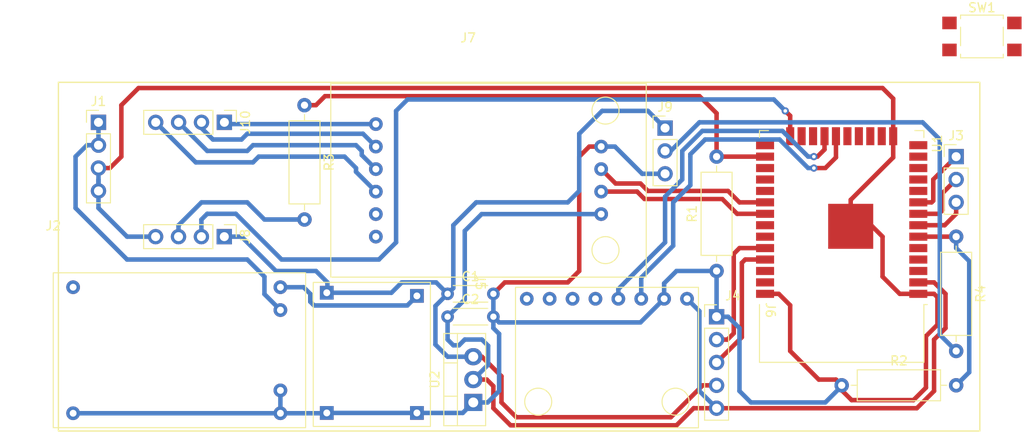
<source format=kicad_pcb>
(kicad_pcb (version 20211014) (generator pcbnew)
  (layers (0 "F.Cu" signal) (31 "B.Cu" signal) (34 "B.Paste" user) (35 "F.Paste" user) (36 "B.SilkS" user "B.Silkscreen") (37 "F.SilkS" user "F.Silkscreen") (38 "B.Mask" user) (39 "F.Mask" user) (44 "Edge.Cuts" user))
  (net 0 "")
  (net 1 "4056OUT-")
  (net 2 "US_ECHO")
  (net 3 "VEL_PULSE")
  (net 4 "Net-(J8-Pad3)")
  (net 5 "Net-(J9-Pad2)")
  (net 6 "3.3Reg")
  (net 9 "Net-(U1-Pad8)")
  (net 19 "MPU_SCL")
  (net 20 "MPU_SDA")
  (net 23 "US_TRIGGER")
  (net 28 "LC_SCK")
  (net 29 "LC_DT")
  (net 32 "Net-(U1-Pad7)")
  (net 33 "Net-(J4-Pad3)")
  (net 36 "Boost5V")
  (net 37 "LC_E+")
  (net 38 "LC_E-")
  (net 39 "LC_A+")
  (net 40 "LC_A-")
  (net 41 "4056OUT+")
  (net 42 "USB+")
  (net 43 "Battery(+)")
  (net 44 "Net-(J3-Pad1)")
  (net 45 "Net-(U1-Pad34)")
  (net 46 "Net-(U1-Pad3)")
  (footprint "Connector_PinHeader_2.54mm:PinHeader_1x04_P2.54mm_Vertical" (layer "F.Cu") (at 71.12 125.73 -90)
    (fp_text reference "J10" (at 0 -2.33 90) (layer "F.SilkS"))
    (fp_text value "LOADCELL")
    (fp_line (start -1.33 0) (end -1.33 -1.33) (layer "F.SilkS") (width 0.12))
    (fp_line (start -1.33 1.27) (end 1.33 1.27) (layer "F.SilkS") (width 0.12))
    (fp_line (start -1.33 1.27) (end -1.33 8.95) (layer "F.SilkS") (width 0.12))
    (fp_line (start 1.33 1.27) (end 1.33 8.95) (layer "F.SilkS") (width 0.12))
    (fp_line (start -1.33 -1.33) (end 0 -1.33) (layer "F.SilkS") (width 0.12))
    (fp_line (start -1.33 8.95) (end 1.33 8.95) (layer "F.SilkS") (width 0.12))
    (pad "1" thru_hole rect (at 0 0 270) (size 1.7 1.7) (drill 1) (layers *.Cu *.Mask) (net 37 "LC_E+"))
    (pad "2" thru_hole oval (at 0 2.54 270) (size 1.7 1.7) (drill 1) (layers *.Cu *.Mask) (net 38 "LC_E-"))
    (pad "3" thru_hole oval (at 0 5.08 270) (size 1.7 1.7) (drill 1) (layers *.Cu *.Mask) (net 39 "LC_A+"))
    (pad "4" thru_hole oval (at 0 7.62 270) (size 1.7 1.7) (drill 1) (layers *.Cu *.Mask) (net 40 "LC_A-"))
  )
  (footprint "Connector_PinHeader_2.54mm:PinHeader_1x04_P2.54mm_Vertical" (layer "F.Cu") (at 71.11 138.43 -90)
    (fp_text reference "J8" (at 0 -2.33 90) (layer "F.SilkS"))
    (fp_text value "HC-SR04")
    (fp_line (start -1.33 0) (end -1.33 -1.33) (layer "F.SilkS") (width 0.12))
    (fp_line (start -1.33 -1.33) (end 0 -1.33) (layer "F.SilkS") (width 0.12))
    (fp_line (start 1.33 1.27) (end 1.33 8.95) (layer "F.SilkS") (width 0.12))
    (fp_line (start -1.33 1.27) (end -1.33 8.95) (layer "F.SilkS") (width 0.12))
    (fp_line (start -1.33 1.27) (end 1.33 1.27) (layer "F.SilkS") (width 0.12))
    (fp_line (start -1.33 8.95) (end 1.33 8.95) (layer "F.SilkS") (width 0.12))
    (pad "1" thru_hole rect (at 0 0 270) (size 1.7 1.7) (drill 1) (layers *.Cu *.Mask) (net 36 "Boost5V"))
    (pad "2" thru_hole oval (at 0 2.54 270) (size 1.7 1.7) (drill 1) (layers *.Cu *.Mask) (net 23 "US_TRIGGER"))
    (pad "3" thru_hole oval (at 0 5.08 270) (size 1.7 1.7) (drill 1) (layers *.Cu *.Mask) (net 4 "Net-(J8-Pad3)"))
    (pad "4" thru_hole oval (at 0 7.62 270) (size 1.7 1.7) (drill 1) (layers *.Cu *.Mask) (net 1 "4056OUT-"))
  )
  (footprint "Connector_PinHeader_2.54mm:PinHeader_1x05_P2.54mm_Vertical" (layer "F.Cu") (at 125.73 147.325)
    (fp_text reference "J4" (at 1.815244 -2.33) (layer "F.SilkS"))
    (fp_text value "UART2TTL Bridge")
    (fp_line (start 1.33 1.27) (end 1.33 11.49) (layer "F.SilkS") (width 0.12))
    (fp_line (start -1.33 1.27) (end 1.33 1.27) (layer "F.SilkS") (width 0.12))
    (fp_line (start -1.33 -1.33) (end 0 -1.33) (layer "F.SilkS") (width 0.12))
    (fp_line (start -1.33 0) (end -1.33 -1.33) (layer "F.SilkS") (width 0.12))
    (fp_line (start -1.33 11.49) (end 1.33 11.49) (layer "F.SilkS") (width 0.12))
    (fp_line (start -1.33 1.27) (end -1.33 11.49) (layer "F.SilkS") (width 0.12))
    (pad "1" thru_hole rect (at 0 0) (size 1.7 1.7) (drill 1) (layers *.Cu *.Mask) (net 1 "4056OUT-"))
    (pad "2" thru_hole oval (at 0 2.54) (size 1.7 1.7) (drill 1) (layers *.Cu *.Mask) (net 45 "Net-(U1-Pad34)"))
    (pad "3" thru_hole oval (at 0 5.08) (size 1.7 1.7) (drill 1) (layers *.Cu *.Mask) (net 33 "Net-(J4-Pad3)"))
    (pad "4" thru_hole oval (at 0 7.62) (size 1.7 1.7) (drill 1) (layers *.Cu *.Mask) (net 36 "Boost5V"))
    (pad "5" thru_hole oval (at 0 10.16) (size 1.7 1.7) (drill 1) (layers *.Cu *.Mask) (net 6 "3.3Reg"))
  )
  (footprint "Resistor_THT:R_Axial_DIN0309_L9.0mm_D3.2mm_P12.70mm_Horizontal" (layer "F.Cu") (at 139.610244 154.94)
    (fp_text reference "R2" (at 6.35 -2.72) (layer "F.SilkS"))
    (fp_text value "1k")
    (fp_line (start 1.04 0) (end 1.73 0) (layer "F.SilkS") (width 0.12))
    (fp_line (start 1.73 -1.72) (end 1.73 1.72) (layer "F.SilkS") (width 0.12))
    (fp_line (start 11.66 0) (end 10.97 0) (layer "F.SilkS") (width 0.12))
    (fp_line (start 1.73 1.72) (end 10.97 1.72) (layer "F.SilkS") (width 0.12))
    (fp_line (start 10.97 1.72) (end 10.97 -1.72) (layer "F.SilkS") (width 0.12))
    (fp_line (start 10.97 -1.72) (end 1.73 -1.72) (layer "F.SilkS") (width 0.12))
    (pad "1" thru_hole circle (at 0 0) (size 1.6 1.6) (drill 0.8) (layers *.Cu *.Mask) (net 1 "4056OUT-"))
    (pad "2" thru_hole oval (at 12.7 0) (size 1.6 1.6) (drill 0.8) (layers *.Cu *.Mask) (net 3 "VEL_PULSE"))
  )
  (footprint "Resistor_THT:R_Axial_DIN0204_L3.6mm_D1.6mm_P5.08mm_Horizontal" (layer "F.Cu") (at 95.885 147.32)
    (fp_text reference "C2" (at 2.54 -1.92) (layer "F.SilkS"))
    (fp_text value "CP1_Small")
    (fp_line (start 0.62 0.92) (end 4.46 0.92) (layer "F.SilkS") (width 0.12))
    (fp_line (start 0.62 -0.92) (end 4.46 -0.92) (layer "F.SilkS") (width 0.12))
    (pad "1" thru_hole circle (at 0 0) (size 1.4 1.4) (drill 0.7) (layers *.Cu *.Mask) (net 6 "3.3Reg"))
    (pad "2" thru_hole oval (at 5.08 0) (size 1.4 1.4) (drill 0.7) (layers *.Cu *.Mask) (net 1 "4056OUT-"))
  )
  (footprint "Miscelaneos:MPU 6050 Module" (layer "F.Cu") (at 123.72 144.06 -90)
    (fp_text reference "J6" (at 2.54 -7.990244 -90 unlocked) (layer "F.SilkS"))
    (fp_text value "MPU6050")
    (fp_rect (start 0 0) (end 15.6 20.3) (layer "F.SilkS") (width 0.12) (fill none))
    (fp_circle (center 12.7 17.78) (end 14.2 17.78) (layer "F.SilkS") (width 0.12) (fill none))
    (fp_circle (center 12.7 2.54) (end 14.2 2.54) (layer "F.SilkS") (width 0.12) (fill none))
    (pad "1" thru_hole circle (at 1.27 1.27 270) (size 1.524 1.524) (drill 0.762) (layers *.Cu *.Mask) (net 6 "3.3Reg"))
    (pad "2" thru_hole circle (at 1.27 3.81 270) (size 1.524 1.524) (drill 0.762) (layers *.Cu *.Mask) (net 1 "4056OUT-"))
    (pad "3" thru_hole circle (at 1.27 6.35 270) (size 1.524 1.524) (drill 0.762) (layers *.Cu *.Mask) (net 19 "MPU_SCL"))
    (pad "4" thru_hole circle (at 1.27 8.89 270) (size 1.524 1.524) (drill 0.762) (layers *.Cu *.Mask) (net 20 "MPU_SDA"))
    (pad "5" thru_hole circle (at 1.27 11.43 270) (size 1.524 1.524) (drill 0.762) (layers *.Cu *.Mask))
    (pad "6" thru_hole circle (at 1.27 13.97 270) (size 1.524 1.524) (drill 0.762) (layers *.Cu *.Mask))
    (pad "7" thru_hole circle (at 1.27 16.51 270) (size 1.524 1.524) (drill 0.762) (layers *.Cu *.Mask))
    (pad "8" thru_hole circle (at 1.27 19.05 270) (size 1.524 1.524) (drill 0.762) (layers *.Cu *.Mask))
  )
  (footprint "Resistor_THT:R_Axial_DIN0309_L9.0mm_D3.2mm_P12.70mm_Horizontal" (layer "F.Cu") (at 152.310244 138.43 -90)
    (fp_text reference "R4" (at 6.35 -2.72 90) (layer "F.SilkS"))
    (fp_text value "330")
    (fp_line (start 1.73 1.72) (end 10.97 1.72) (layer "F.SilkS") (width 0.12))
    (fp_line (start 10.97 -1.72) (end 1.73 -1.72) (layer "F.SilkS") (width 0.12))
    (fp_line (start 1.04 0) (end 1.73 0) (layer "F.SilkS") (width 0.12))
    (fp_line (start 10.97 1.72) (end 10.97 -1.72) (layer "F.SilkS") (width 0.12))
    (fp_line (start 11.66 0) (end 10.97 0) (layer "F.SilkS") (width 0.12))
    (fp_line (start 1.73 -1.72) (end 1.73 1.72) (layer "F.SilkS") (width 0.12))
    (pad "1" thru_hole circle (at 0 0 270) (size 1.6 1.6) (drill 0.8) (layers *.Cu *.Mask) (net 3 "VEL_PULSE"))
    (pad "2" thru_hole oval (at 12.7 0 270) (size 1.6 1.6) (drill 0.8) (layers *.Cu *.Mask) (net 5 "Net-(J9-Pad2)"))
  )
  (footprint "Button_Switch_SMD:SW_SPST_TL3305B" (layer "F.Cu") (at 155.17 116.19)
    (fp_text reference "SW1" (at 0 -3.2) (layer "F.SilkS"))
    (fp_text value "SW_Enable")
    (fp_line (start 2.37 2.37) (end 2.37 1.97) (layer "F.SilkS") (width 0.12))
    (fp_line (start -2.37 2.37) (end 2.37 2.37) (layer "F.SilkS") (width 0.12))
    (fp_line (start -2.37 -2.37) (end 2.37 -2.37) (layer "F.SilkS") (width 0.12))
    (fp_line (start -2.37 -2.37) (end -2.37 -1.97) (layer "F.SilkS") (width 0.12))
    (fp_line (start -2.37 1.03) (end -2.37 -1.03) (layer "F.SilkS") (width 0.12))
    (fp_line (start 2.37 -2.37) (end 2.37 -1.97) (layer "F.SilkS") (width 0.12))
    (fp_line (start 2.37 1.03) (end 2.37 -1.03) (layer "F.SilkS") (width 0.12))
    (fp_line (start -2.37 2.37) (end -2.37 1.97) (layer "F.SilkS") (width 0.12))
    (pad "1" smd rect (at -3.6 -1.5) (size 1.6 1.4) (layers "F.Cu" "F.Paste" "F.Mask") (net 1 "4056OUT-"))
    (pad "1" smd rect (at 3.6 -1.5) (size 1.6 1.4) (layers "F.Cu" "F.Paste" "F.Mask") (net 1 "4056OUT-"))
    (pad "2" smd rect (at 3.6 1.5) (size 1.6 1.4) (layers "F.Cu" "F.Paste" "F.Mask"))
    (pad "2" smd rect (at -3.6 1.5) (size 1.6 1.4) (layers "F.Cu" "F.Paste" "F.Mask"))
  )
  (footprint "Connector_PinHeader_2.54mm:PinHeader_1x04_P2.54mm_Vertical" (layer "F.Cu") (at 57.15 125.73)
    (fp_text reference "J1" (at 0 -2.33) (layer "F.SilkS"))
    (fp_text value "Battery Pins")
    (fp_line (start -1.33 1.27) (end 1.33 1.27) (layer "F.SilkS") (width 0.12))
    (fp_line (start -1.33 8.95) (end 1.33 8.95) (layer "F.SilkS") (width 0.12))
    (fp_line (start -1.33 0) (end -1.33 -1.33) (layer "F.SilkS") (width 0.12))
    (fp_line (start -1.33 1.27) (end -1.33 8.95) (layer "F.SilkS") (width 0.12))
    (fp_line (start 1.33 1.27) (end 1.33 8.95) (layer "F.SilkS") (width 0.12))
    (fp_line (start -1.33 -1.33) (end 0 -1.33) (layer "F.SilkS") (width 0.12))
    (pad "1" thru_hole rect (at 0 0) (size 1.7 1.7) (drill 1) (layers *.Cu *.Mask) (net 43 "Battery(+)"))
    (pad "2" thru_hole oval (at 0 2.54) (size 1.7 1.7) (drill 1) (layers *.Cu *.Mask) (net 43 "Battery(+)"))
    (pad "3" thru_hole oval (at 0 5.08) (size 1.7 1.7) (drill 1) (layers *.Cu *.Mask) (net 1 "4056OUT-"))
    (pad "4" thru_hole oval (at 0 7.62) (size 1.7 1.7) (drill 1) (layers *.Cu *.Mask) (net 1 "4056OUT-"))
  )
  (footprint "Resistor_THT:R_Axial_DIN0204_L3.6mm_D1.6mm_P5.08mm_Horizontal" (layer "F.Cu") (at 95.885 144.78)
    (fp_text reference "C1" (at 2.54 -1.92) (layer "F.SilkS"))
    (fp_text value "CP1_Small")
    (fp_line (start 0.62 0.92) (end 4.46 0.92) (layer "F.SilkS") (width 0.12))
    (fp_line (start 0.62 -0.92) (end 4.46 -0.92) (layer "F.SilkS") (width 0.12))
    (pad "1" thru_hole circle (at 0 0) (size 1.4 1.4) (drill 0.7) (layers *.Cu *.Mask) (net 36 "Boost5V"))
    (pad "2" thru_hole oval (at 5.08 0) (size 1.4 1.4) (drill 0.7) (layers *.Cu *.Mask) (net 1 "4056OUT-"))
  )
  (footprint "RF_Module:ESP32-WROOM-32" (layer "F.Cu") (at 139.610244 136.525 180)
    (fp_text reference "U1" (at -10.61 8.43 90) (layer "F.SilkS"))
    (fp_text value "ESP32-WROOM-32")
    (fp_line (start -9.12 9.88) (end -8.12 9.88) (layer "F.SilkS") (width 0.12))
    (fp_line (start -9.12 -9.445) (end -9.5 -9.445) (layer "F.SilkS") (width 0.12))
    (fp_line (start 9.12 9.1) (end 9.12 9.88) (layer "F.SilkS") (width 0.12))
    (fp_line (start 9.12 9.88) (end 8.12 9.88) (layer "F.SilkS") (width 0.12))
    (fp_line (start -9.12 9.1) (end -9.12 9.88) (layer "F.SilkS") (width 0.12))
    (fp_line (start -9.12 -15.865) (end -9.12 -9.445) (layer "F.SilkS") (width 0.12))
    (fp_line (start -9.12 -15.865) (end 9.12 -15.865) (layer "F.SilkS") (width 0.12))
    (fp_line (start 9.12 -15.865) (end 9.12 -9.445) (layer "F.SilkS") (width 0.12))
    (pad "1" smd rect (at -8.5 -8.255 180) (size 2 0.9) (layers "F.Cu" "F.Paste" "F.Mask") (net 1 "4056OUT-"))
    (pad "2" smd rect (at -8.5 -6.985 180) (size 2 0.9) (layers "F.Cu" "F.Paste" "F.Mask") (net 6 "3.3Reg"))
    (pad "3" smd rect (at -8.5 -5.715 180) (size 2 0.9) (layers "F.Cu" "F.Paste" "F.Mask") (net 46 "Net-(U1-Pad3)"))
    (pad "4" smd rect (at -8.5 -4.445 180) (size 2 0.9) (layers "F.Cu" "F.Paste" "F.Mask"))
    (pad "5" smd rect (at -8.5 -3.175 180) (size 2 0.9) (layers "F.Cu" "F.Paste" "F.Mask"))
    (pad "6" smd rect (at -8.5 -1.905 180) (size 2 0.9) (layers "F.Cu" "F.Paste" "F.Mask") (net 3 "VEL_PULSE"))
    (pad "7" smd rect (at -8.5 -0.635 180) (size 2 0.9) (layers "F.Cu" "F.Paste" "F.Mask") (net 32 "Net-(U1-Pad7)"))
    (pad "8" smd rect (at -8.5 0.635 180) (size 2 0.9) (layers "F.Cu" "F.Paste" "F.Mask") (net 9 "Net-(U1-Pad8)"))
    (pad "9" smd rect (at -8.5 1.905 180) (size 2 0.9) (layers "F.Cu" "F.Paste" "F.Mask") (net 44 "Net-(J3-Pad1)"))
    (pad "10" smd rect (at -8.5 3.175 180) (size 2 0.9) (layers "F.Cu" "F.Paste" "F.Mask"))
    (pad "11" smd rect (at -8.5 4.445 180) (size 2 0.9) (layers "F.Cu" "F.Paste" "F.Mask"))
    (pad "12" smd rect (at -8.5 5.715 180) (size 2 0.9) (layers "F.Cu" "F.Paste" "F.Mask"))
    (pad "13" smd rect (at -8.5 6.985 180) (size 2 0.9) (layers "F.Cu" "F.Paste" "F.Mask"))
    (pad "14" smd rect (at -8.5 8.255 180) (size 2 0.9) (layers "F.Cu" "F.Paste" "F.Mask"))
    (pad "15" smd rect (at -5.715 9.255 270) (size 2 0.9) (layers "F.Cu" "F.Paste" "F.Mask") (net 1 "4056OUT-"))
    (pad "16" smd rect (at -4.445 9.255 270) (size 2 0.9) (layers "F.Cu" "F.Paste" "F.Mask"))
    (pad "17" smd rect (at -3.175 9.255 270) (size 2 0.9) (layers "F.Cu" "F.Paste" "F.Mask"))
    (pad "18" smd rect (at -1.905 9.255 270) (size 2 0.9) (layers "F.Cu" "F.Paste" "F.Mask"))
    (pad "19" smd rect (at -0.635 9.255 270) (size 2 0.9) (layers "F.Cu" "F.Paste" "F.Mask"))
    (pad "20" smd rect (at 0.635 9.255 270) (size 2 0.9) (layers "F.Cu" "F.Paste" "F.Mask") (net 19 "MPU_SCL"))
    (pad "21" smd rect (at 1.905 9.255 270) (size 2 0.9) (layers "F.Cu" "F.Paste" "F.Mask") (net 20 "MPU_SDA"))
    (pad "22" smd rect (at 3.175 9.255 270) (size 2 0.9) (layers "F.Cu" "F.Paste" "F.Mask"))
    (pad "23" smd rect (at 4.445 9.255 270) (size 2 0.9) (layers "F.Cu" "F.Paste" "F.Mask"))
    (pad "24" smd rect (at 5.715 9.255 270) (size 2 0.9) (layers "F.Cu" "F.Paste" "F.Mask") (net 23 "US_TRIGGER"))
    (pad "25" smd rect (at 8.5 8.255 180) (size 2 0.9) (layers "F.Cu" "F.Paste" "F.Mask"))
    (pad "26" smd rect (at 8.5 6.985 180) (size 2 0.9) (layers "F.Cu" "F.Paste" "F.Mask") (net 2 "US_ECHO"))
    (pad "27" smd rect (at 8.5 5.715 180) (size 2 0.9) (layers "F.Cu" "F.Paste" "F.Mask"))
    (pad "28" smd rect (at 8.5 4.445 180) (size 2 0.9) (layers "F.Cu" "F.Paste" "F.Mask"))
    (pad "29" smd rect (at 8.5 3.175 180) (size 2 0.9) (layers "F.Cu" "F.Paste" "F.Mask"))
    (pad "30" smd rect (at 8.5 1.905 180) (size 2 0.9) (layers "F.Cu" "F.Paste" "F.Mask") (net 29 "LC_DT"))
    (pad "31" smd rect (at 8.5 0.635 180) (size 2 0.9) (layers "F.Cu" "F.Paste" "F.Mask") (net 28 "LC_SCK"))
    (pad "32" smd rect (at 8.5 -0.635 180) (size 2 0.9) (layers "F.Cu" "F.Paste" "F.Mask"))
    (pad "33" smd rect (at 8.5 -1.905 180) (size 2 0.9) (layers "F.Cu" "F.Paste" "F.Mask"))
    (pad "34" smd rect (at 8.5 -3.175 180) (size 2 0.9) (layers "F.Cu" "F.Paste" "F.Mask") (net 45 "Net-(U1-Pad34)"))
    (pad "35" smd rect (at 8.5 -4.445 180) (size 2 0.9) (layers "F.Cu" "F.Paste" "F.Mask") (net 33 "Net-(J4-Pad3)"))
    (pad "36" smd rect (at 8.5 -5.715 180) (size 2 0.9) (layers "F.Cu" "F.Paste" "F.Mask"))
    (pad "37" smd rect (at 8.5 -6.985 180) (size 2 0.9) (layers "F.Cu" "F.Paste" "F.Mask"))
    (pad "38" smd rect (at 8.5 -8.255 180) (size 2 0.9) (layers "F.Cu" "F.Paste" "F.Mask") (net 1 "4056OUT-"))
    (pad "39" smd rect (at -1 -0.755 180) (size 5 5) (layers "F.Cu" "F.Paste" "F.Mask") (net 1 "4056OUT-"))
  )
  (footprint "Miscelaneos:HX711 Loadcell ADC" (layer "F.Cu") (at 82.925 121.425)
    (fp_text reference "J7" (at 15.24 -5.08 unlocked) (layer "F.SilkS"))
    (fp_text value "HX711")
    (fp_rect (start 0 0) (end 35 21.5) (layer "F.SilkS") (width 0.12) (fill none))
    (fp_circle (center 30.48 3) (end 31.98 3) (layer "F.SilkS") (width 0.12) (fill none))
    (fp_circle (center 30.48 18.5) (end 31.98 18.5) (layer "F.SilkS") (width 0.12) (fill none))
    (pad "1" thru_hole circle (at 5 4.5) (size 1.524 1.524) (drill 0.762) (layers *.Cu *.Mask) (net 37 "LC_E+"))
    (pad "2" thru_hole circle (at 5 7) (size 1.524 1.524) (drill 0.762) (layers *.Cu *.Mask) (net 38 "LC_E-"))
    (pad "3" thru_hole circle (at 5 9.5) (size 1.524 1.524) (drill 0.762) (layers *.Cu *.Mask) (net 39 "LC_A+"))
    (pad "4" thru_hole circle (at 5 12) (size 1.524 1.524) (drill 0.762) (layers *.Cu *.Mask) (net 40 "LC_A-"))
    (pad "5" thru_hole circle (at 30 14.5) (size 1.524 1.524) (drill 0.762) (layers *.Cu *.Mask) (net 6 "3.3Reg"))
    (pad "6" thru_hole circle (at 30 7) (size 1.524 1.524) (drill 0.762) (layers *.Cu *.Mask) (net 1 "4056OUT-"))
    (pad "7" thru_hole circle (at 30 12) (size 1.524 1.524) (drill 0.762) (layers *.Cu *.Mask) (net 28 "LC_SCK"))
    (pad "8" thru_hole circle (at 30 9.5) (size 1.524 1.524) (drill 0.762) (layers *.Cu *.Mask) (net 29 "LC_DT"))
    (pad "x" thru_hole circle (at 5 14.5) (size 1.524 1.524) (drill 0.762) (layers *.Cu *.Mask))
    (pad "x" thru_hole circle (at 5 17) (size 1.524 1.524) (drill 0.762) (layers *.Cu *.Mask))
  )
  (footprint "Miscelaneos:5-12V BoostConverter" (layer "F.Cu") (at 93.98 143.51 -90)
    (fp_text reference "J5" (at 0 -5.54 -90 unlocked) (layer "F.SilkS"))
    (fp_text value "BoostConverter")
    (fp_rect (start 0 0) (end 16 13) (layer "F.SilkS") (width 0.12) (fill none))
    (pad "1" thru_hole rect (at 1.5 1.5 270) (size 1.524 1.524) (drill 0.762) (layers *.Cu *.Mask) (net 41 "4056OUT+"))
    (pad "2" thru_hole rect (at 14.5 1.5 270) (size 1.524 1.524) (drill 0.762) (layers *.Cu *.Mask) (net 1 "4056OUT-"))
    (pad "3" thru_hole rect (at 1.15 11.5 270) (size 1.524 1.524) (drill 0.762) (layers *.Cu *.Mask) (net 36 "Boost5V"))
    (pad "4" thru_hole rect (at 14.5 11.5 270) (size 1.524 1.524) (drill 0.762) (layers *.Cu *.Mask) (net 1 "4056OUT-"))
  )
  (footprint "Miscelaneos:18650 TP4056 Module" (layer "F.Cu") (at 52.135 137.725)
    (fp_text reference "J2" (at 0 -0.5 unlocked) (layer "F.SilkS"))
    (fp_text value "TP4056 Module")
    (fp_rect (start 0 21.92) (end 28 4.72) (layer "F.SilkS") (width 0.12) (fill none))
    (pad "1" thru_hole circle (at 25.2 8.86) (size 1.524 1.524) (drill 0.762) (layers *.Cu *.Mask) (net 43 "Battery(+)"))
    (pad "2" thru_hole circle (at 25.2 17.78) (size 1.524 1.524) (drill 0.762) (layers *.Cu *.Mask) (net 1 "4056OUT-"))
    (pad "3" thru_hole circle (at 25.2 6.32) (size 1.524 1.524) (drill 0.762) (layers *.Cu *.Mask) (net 41 "4056OUT+"))
    (pad "4" thru_hole circle (at 2.2 6.32) (size 1.524 1.524) (drill 0.762) (layers *.Cu *.Mask) (net 42 "USB+"))
    (pad "5" thru_hole circle (at 25.2 20.32) (size 1.524 1.524) (drill 0.762) (layers *.Cu *.Mask) (net 1 "4056OUT-"))
    (pad "6" thru_hole circle (at 2.2 20.32) (size 1.524 1.524) (drill 0.762) (layers *.Cu *.Mask) (net 1 "4056OUT-"))
  )
  (footprint "Package_TO_SOT_THT:TO-220-3_Vertical" (layer "F.Cu") (at 98.735 156.845 90)
    (fp_text reference "U2" (at 2.54 -4.27 90) (layer "F.SilkS"))
    (fp_text value "LM1117-3.3")
    (fp_line (start 0.69 -3.27) (end 0.69 -1.76) (layer "F.SilkS") (width 0.12))
    (fp_line (start -2.58 1.371) (end 7.66 1.371) (layer "F.SilkS") (width 0.12))
    (fp_line (start -2.58 -1.76) (end 7.66 -1.76) (layer "F.SilkS") (width 0.12))
    (fp_line (start 4.391 -3.27) (end 4.391 -1.76) (layer "F.SilkS") (width 0.12))
    (fp_line (start -2.58 -3.27) (end 7.66 -3.27) (layer "F.SilkS") (width 0.12))
    (fp_line (start 7.66 -3.27) (end 7.66 1.371) (layer "F.SilkS") (width 0.12))
    (fp_line (start -2.58 -3.27) (end -2.58 1.371) (layer "F.SilkS") (width 0.12))
    (pad "1" thru_hole rect (at 0 0 90) (size 1.905 2) (drill 1.1) (layers *.Cu *.Mask) (net 1 "4056OUT-"))
    (pad "2" thru_hole oval (at 2.54 0 90) (size 1.905 2) (drill 1.1) (layers *.Cu *.Mask) (net 6 "3.3Reg"))
    (pad "3" thru_hole oval (at 5.08 0 90) (size 1.905 2) (drill 1.1) (layers *.Cu *.Mask) (net 36 "Boost5V"))
  )
  (footprint "Connector_PinHeader_2.54mm:PinHeader_1x03_P2.54mm_Vertical" (layer "F.Cu") (at 152.310244 129.54)
    (fp_text reference "J3" (at 0 -2.33) (layer "F.SilkS"))
    (fp_text value "Reserve IO's")
    (fp_line (start -1.33 0) (end -1.33 -1.33) (layer "F.SilkS") (width 0.12))
    (fp_line (start -1.33 -1.33) (end 0 -1.33) (layer "F.SilkS") (width 0.12))
    (fp_line (start -1.33 1.27) (end 1.33 1.27) (layer "F.SilkS") (width 0.12))
    (fp_line (start 1.33 1.27) (end 1.33 6.41) (layer "F.SilkS") (width 0.12))
    (fp_line (start -1.33 6.41) (end 1.33 6.41) (layer "F.SilkS") (width 0.12))
    (fp_line (start -1.33 1.27) (end -1.33 6.41) (layer "F.SilkS") (width 0.12))
    (pad "1" thru_hole rect (at 0 0) (size 1.7 1.7) (drill 1) (layers *.Cu *.Mask) (net 44 "Net-(J3-Pad1)"))
    (pad "2" thru_hole oval (at 0 2.54) (size 1.7 1.7) (drill 1) (layers *.Cu *.Mask) (net 9 "Net-(U1-Pad8)"))
    (pad "3" thru_hole oval (at 0 5.08) (size 1.7 1.7) (drill 1) (layers *.Cu *.Mask) (net 32 "Net-(U1-Pad7)"))
  )
  (footprint "Resistor_THT:R_Axial_DIN0309_L9.0mm_D3.2mm_P12.70mm_Horizontal" (layer "F.Cu") (at 125.73 142.24 90)
    (fp_text reference "R1" (at 6.35 -2.72 90) (layer "F.SilkS"))
    (fp_text value "1k")
    (fp_line (start 1.04 0) (end 1.73 0) (layer "F.SilkS") (width 0.12))
    (fp_line (start 10.97 1.72) (end 10.97 -1.72) (layer "F.SilkS") (width 0.12))
    (fp_line (start 1.73 -1.72) (end 1.73 1.72) (layer "F.SilkS") (width 0.12))
    (fp_line (start 11.66 0) (end 10.97 0) (layer "F.SilkS") (width 0.12))
    (fp_line (start 10.97 -1.72) (end 1.73 -1.72) (layer "F.SilkS") (width 0.12))
    (fp_line (start 1.73 1.72) (end 10.97 1.72) (layer "F.SilkS") (width 0.12))
    (pad "1" thru_hole circle (at 0 0 90) (size 1.6 1.6) (drill 0.8) (layers *.Cu *.Mask) (net 1 "4056OUT-"))
    (pad "2" thru_hole oval (at 12.7 0 90) (size 1.6 1.6) (drill 0.8) (layers *.Cu *.Mask) (net 2 "US_ECHO"))
  )
  (footprint "Connector_PinHeader_2.54mm:PinHeader_1x03_P2.54mm_Vertical" (layer "F.Cu") (at 120.015 126.365)
    (fp_text reference "J9" (at 0 -2.33) (layer "F.SilkS"))
    (fp_text value "FOTOELECTRIC_ENCODER")
    (fp_line (start -1.33 1.27) (end 1.33 1.27) (layer "F.SilkS") (width 0.12))
    (fp_line (start -1.33 0) (end -1.33 -1.33) (layer "F.SilkS") (width 0.12))
    (fp_line (start -1.33 1.27) (end -1.33 6.41) (layer "F.SilkS") (width 0.12))
    (fp_line (start -1.33 -1.33) (end 0 -1.33) (layer "F.SilkS") (width 0.12))
    (fp_line (start -1.33 6.41) (end 1.33 6.41) (layer "F.SilkS") (width 0.12))
    (fp_line (start 1.33 1.27) (end 1.33 6.41) (layer "F.SilkS") (width 0.12))
    (pad "1" thru_hole rect (at 0 0) (size 1.7 1.7) (drill 1) (layers *.Cu *.Mask) (net 36 "Boost5V"))
    (pad "2" thru_hole oval (at 0 2.54) (size 1.7 1.7) (drill 1) (layers *.Cu *.Mask) (net 5 "Net-(J9-Pad2)"))
    (pad "3" thru_hole oval (at 0 5.08) (size 1.7 1.7) (drill 1) (layers *.Cu *.Mask) (net 1 "4056OUT-"))
  )
  (footprint "Resistor_THT:R_Axial_DIN0309_L9.0mm_D3.2mm_P12.70mm_Horizontal" (layer "F.Cu") (at 80.01 123.825 -90)
    (fp_text reference "R3" (at 6.35 -2.72 90) (layer "F.SilkS"))
    (fp_text value "330")
    (fp_line (start 1.73 -1.72) (end 1.73 1.72) (layer "F.SilkS") (width 0.12))
    (fp_line (start 1.73 1.72) (end 10.97 1.72) (layer "F.SilkS") (width 0.12))
    (fp_line (start 10.97 1.72) (end 10.97 -1.72) (layer "F.SilkS") (width 0.12))
    (fp_line (start 1.04 0) (end 1.73 0) (layer "F.SilkS") (width 0.12))
    (fp_line (start 10.97 -1.72) (end 1.73 -1.72) (layer "F.SilkS") (width 0.12))
    (fp_line (start 11.66 0) (end 10.97 0) (layer "F.SilkS") (width 0.12))
    (pad "1" thru_hole circle (at 0 0 270) (size 1.6 1.6) (drill 0.8) (layers *.Cu *.Mask) (net 2 "US_ECHO"))
    (pad "2" thru_hole oval (at 12.7 0 270) (size 1.6 1.6) (drill 0.8) (layers *.Cu *.Mask) (net 4 "Net-(J8-Pad3)"))
  )
  (gr_rect (start 52.705 160.02) (end 154.94 121.285) (layer "F.SilkS") (width 0.15) (fill none))
  (segment (start 133.895244 146.05) (end 132.625244 144.78) (width 0.5) (layer "F.Cu") (net 1))
  (segment (start 148.110244 144.78) (end 146.05 144.78) (width 0.5) (layer "F.Cu") (net 1))
  (segment (start 137.070244 154.305) (end 133.895244 151.13) (width 0.5) (layer "F.Cu") (net 1))
  (segment (start 58.42 130.81) (end 59.69 129.54) (width 0.5) (layer "F.Cu") (net 1))
  (segment (start 145.325244 127.27) (end 145.325244 129.629756) (width 0.5) (layer "F.Cu") (net 1))
  (segment (start 111.605 128.425) (end 110.49 129.54) (width 0.5) (layer "F.Cu") (net 1))
  (segment (start 148.110244 144.78) (end 149.857886 144.78) (width 0.5) (layer "F.Cu") (net 1))
  (segment (start 144.145 138.43) (end 142.995 137.28) (width 0.5) (layer "F.Cu") (net 1))
  (segment (start 150.23048 145.152594) (end 150.23048 148.217406) (width 0.5) (layer "F.Cu") (net 1))
  (segment (start 144.145 121.92) (end 145.325244 123.100244) (width 0.5) (layer "F.Cu") (net 1))
  (segment (start 110.49 142.24) (end 109.22 143.51) (width 0.5) (layer "F.Cu") (net 1))
  (segment (start 138.975244 154.305) (end 137.070244 154.305) (width 0.5) (layer "F.Cu") (net 1))
  (segment (start 144.145 142.875) (end 144.145 138.43) (width 0.5) (layer "F.Cu") (net 1))
  (segment (start 110.49 129.54) (end 110.49 142.24) (width 0.5) (layer "F.Cu") (net 1))
  (segment (start 146.05 144.78) (end 144.145 142.875) (width 0.5) (layer "F.Cu") (net 1))
  (segment (start 139.610244 155.485244) (end 139.610244 154.94) (width 0.5) (layer "F.Cu") (net 1))
  (segment (start 112.925 128.425) (end 111.605 128.425) (width 0.5) (layer "F.Cu") (net 1))
  (segment (start 59.69 129.54) (end 59.69 123.825) (width 0.5) (layer "F.Cu") (net 1))
  (segment (start 132.625244 144.78) (end 131.110244 144.78) (width 0.5) (layer "F.Cu") (net 1))
  (segment (start 148.96048 155.202406) (end 147.577406 156.58548) (width 0.5) (layer "F.Cu") (net 1))
  (segment (start 59.69 123.825) (end 61.595 121.92) (width 0.5) (layer "F.Cu") (net 1))
  (segment (start 109.22 143.51) (end 102.235 143.51) (width 0.5) (layer "F.Cu") (net 1))
  (segment (start 57.15 130.81) (end 58.42 130.81) (width 0.5) (layer "F.Cu") (net 1))
  (segment (start 149.857886 144.78) (end 150.23048 145.152594) (width 0.5) (layer "F.Cu") (net 1))
  (segment (start 139.610244 154.94) (end 138.975244 154.305) (width 0.5) (layer "F.Cu") (net 1))
  (segment (start 145.325244 129.629756) (end 140.610244 134.344756) (width 0.5) (layer "F.Cu") (net 1))
  (segment (start 147.577406 156.58548) (end 140.71048 156.58548) (width 0.5) (layer "F.Cu") (net 1))
  (segment (start 148.96048 149.487406) (end 148.96048 155.202406) (width 0.5) (layer "F.Cu") (net 1))
  (segment (start 142.995 137.28) (end 140.610244 137.28) (width 0.5) (layer "F.Cu") (net 1))
  (segment (start 140.610244 134.344756) (end 140.610244 137.28) (width 0.5) (layer "F.Cu") (net 1))
  (segment (start 145.325244 123.100244) (end 145.325244 127.27) (width 0.5) (layer "F.Cu") (net 1))
  (segment (start 150.23048 148.217406) (end 148.96048 149.487406) (width 0.5) (layer "F.Cu") (net 1))
  (segment (start 102.235 143.51) (end 100.965 144.78) (width 0.5) (layer "F.Cu") (net 1))
  (segment (start 140.71048 156.58548) (end 139.610244 155.485244) (width 0.5) (layer "F.Cu") (net 1))
  (segment (start 61.595 121.92) (end 144.145 121.92) (width 0.5) (layer "F.Cu") (net 1))
  (segment (start 133.895244 151.13) (end 133.895244 146.05) (width 0.5) (layer "F.Cu") (net 1))
  (segment (start 129.54 156.845) (end 137.795 156.845) (width 0.5) (layer "B.Cu") (net 1))
  (segment (start 100.965 148.59) (end 100.965 147.32) (width 0.5) (layer "B.Cu") (net 1))
  (segment (start 92.48 158.01) (end 97.57 158.01) (width 0.5) (layer "B.Cu") (net 1))
  (segment (start 57.15 135.255) (end 60.325 138.43) (width 0.5) (layer "B.Cu") (net 1))
  (segment (start 128.27 148.59) (end 128.27 155.575) (width 0.5) (layer "B.Cu") (net 1))
  (segment (start 57.15 132.09) (end 57.15 135.255) (width 0.5) (layer "B.Cu") (net 1))
  (segment (start 139.610244 155.029756) (end 139.610244 154.94) (width 0.5) (layer "B.Cu") (net 1))
  (segment (start 114.455 128.425) (end 117.475 131.445) (width 0.5) (layer "B.Cu") (net 1))
  (segment (start 125.73 142.24) (end 125.73 147.325) (width 0.5) (layer "B.Cu") (net 1))
  (segment (start 119.91 145.33) (end 117.285 147.955) (width 0.5) (layer "B.Cu") (net 1))
  (segment (start 128.27 155.575) (end 129.54 156.845) (width 0.5) (layer "B.Cu") (net 1))
  (segment (start 117.285 147.955) (end 101.6 147.955) (width 0.5) (layer "B.Cu") (net 1))
  (segment (start 82.48 158.01) (end 92.48 158.01) (width 0.5) (layer "B.Cu") (net 1))
  (segment (start 77.335 158.045) (end 82.445 158.045) (width 0.5) (layer "B.Cu") (net 1))
  (segment (start 121.285 142.24) (end 119.91 143.615) (width 0.5) (layer "B.Cu") (net 1))
  (segment (start 112.925 128.425) (end 114.455 128.425) (width 0.5) (layer "B.Cu") (net 1))
  (segment (start 57.15 130.81) (end 57.15 133.35) (width 0.5) (layer "B.Cu") (net 1))
  (segment (start 101.6 155.575) (end 101.6 149.225) (width 0.5) (layer "B.Cu") (net 1))
  (segment (start 101.6 149.225) (end 100.965 148.59) (width 0.5) (layer "B.Cu") (net 1))
  (segment (start 60.325 138.43) (end 63.49 138.43) (width 0.5) (layer "B.Cu") (net 1))
  (segment (start 119.91 143.615) (end 119.91 145.33) (width 0.5) (layer "B.Cu") (net 1))
  (segment (start 125.73 147.325) (end 127.005 147.325) (width 0.5) (layer "B.Cu") (net 1))
  (segment (start 54.335 158.045) (end 77.335 158.045) (width 0.5) (layer "B.Cu") (net 1))
  (segment (start 100.965 147.32) (end 100.965 144.78) (width 0.5) (layer "B.Cu") (net 1))
  (segment (start 98.735 156.845) (end 100.33 156.845) (width 0.5) (layer "B.Cu") (net 1))
  (segment (start 117.475 131.445) (end 120.015 131.445) (width 0.5) (layer "B.Cu") (net 1))
  (segment (start 82.445 158.045) (end 82.48 158.01) (width 0.5) (layer "B.Cu") (net 1))
  (segment (start 127.005 147.325) (end 128.27 148.59) (width 0.5) (layer "B.Cu") (net 1))
  (segment (start 137.795 156.845) (end 139.610244 155.029756) (width 0.5) (layer "B.Cu") (net 1))
  (segment (start 97.57 158.01) (end 98.735 156.845) (width 0.5) (layer "B.Cu") (net 1))
  (segment (start 100.33 156.845) (end 101.6 155.575) (width 0.5) (layer "B.Cu") (net 1))
  (segment (start 125.73 142.24) (end 121.285 142.24) (width 0.5) (layer "B.Cu") (net 1))
  (segment (start 101.6 147.955) (end 100.965 147.32) (width 0.5) (layer "B.Cu") (net 1))
  (segment (start 77.335 155.505) (end 77.335 158.045) (width 0.5) (layer "B.Cu") (net 1))
  (segment (start 125.73 129.54) (end 125.73 124.72452) (width 0.5) (layer "F.Cu") (net 2))
  (segment (start 125.73 129.54) (end 131.110244 129.54) (width 0.5) (layer "F.Cu") (net 2))
  (segment (start 81.28 123.825) (end 80.01 123.825) (width 0.5) (layer "F.Cu") (net 2))
  (segment (start 125.73 124.72452) (end 123.825 122.81952) (width 0.5) (layer "F.Cu") (net 2))
  (segment (start 82.28548 122.81952) (end 81.28 123.825) (width 0.5) (layer "F.Cu") (net 2))
  (segment (start 123.825 122.81952) (end 82.28548 122.81952) (width 0.5) (layer "F.Cu") (net 2))
  (segment (start 152.310244 138.43) (end 148.110244 138.43) (width 0.5) (layer "F.Cu") (net 3))
  (segment (start 153.759755 141.149511) (end 152.310244 139.7) (width 0.5) (layer "B.Cu") (net 3))
  (segment (start 153.759755 153.490489) (end 153.759755 141.149511) (width 0.5) (layer "B.Cu") (net 3))
  (segment (start 152.310244 154.94) (end 153.759755 153.490489) (width 0.5) (layer "B.Cu") (net 3))
  (segment (start 152.310244 139.7) (end 152.310244 138.43) (width 0.5) (layer "B.Cu") (net 3))
  (segment (start 66.03 138.43) (end 66.03 137.17) (width 0.5) (layer "B.Cu") (net 4))
  (segment (start 66.03 137.17) (end 68.58 134.62) (width 0.5) (layer "B.Cu") (net 4))
  (segment (start 75.565 136.525) (end 80.01 136.525) (width 0.5) (layer "B.Cu") (net 4))
  (segment (start 68.58 134.62) (end 73.66 134.62) (width 0.5) (layer "B.Cu") (net 4))
  (segment (start 73.66 134.62) (end 75.565 136.525) (width 0.5) (layer "B.Cu") (net 4))
  (segment (start 123.825 125.73) (end 120.65 128.905) (width 0.5) (layer "B.Cu") (net 5))
  (segment (start 120.65 128.905) (end 120.015 128.905) (width 0.5) (layer "B.Cu") (net 5))
  (segment (start 152.310244 151.13) (end 150.495 149.314756) (width 0.5) (layer "B.Cu") (net 5))
  (segment (start 150.495 127.635) (end 148.59 125.73) (width 0.5) (layer "B.Cu") (net 5))
  (segment (start 148.59 125.73) (end 123.825 125.73) (width 0.5) (layer "B.Cu") (net 5))
  (segment (start 150.495 149.314756) (end 150.495 127.635) (width 0.5) (layer "B.Cu") (net 5))
  (segment (start 98.735 154.305) (end 100.235 154.305) (width 0.5) (layer "F.Cu") (net 6))
  (segment (start 100.965 157.48) (end 102.87 159.385) (width 0.5) (layer "F.Cu") (net 6))
  (segment (start 123.195 157.485) (end 125.73 157.485) (width 0.5) (layer "F.Cu") (net 6))
  (segment (start 149.86 143.51) (end 148.110244 143.51) (width 0.5) (layer "F.Cu") (net 6))
  (segment (start 151.13 144.78) (end 149.86 143.51) (width 0.5) (layer "F.Cu") (net 6))
  (segment (start 147.95 157.485) (end 149.86 155.575) (width 0.5) (layer "F.Cu") (net 6))
  (segment (start 100.965 155.035) (end 100.965 157.48) (width 0.5) (layer "F.Cu") (net 6))
  (segment (start 149.86 155.575) (end 149.86 149.86) (width 0.5) (layer "F.Cu") (net 6))
  (segment (start 123.19 157.48) (end 123.195 157.485) (width 0.5) (layer "F.Cu") (net 6))
  (segment (start 102.87 159.385) (end 121.285 159.385) (width 0.5) (layer "F.Cu") (net 6))
  (segment (start 125.73 157.485) (end 147.95 157.485) (width 0.5) (layer "F.Cu") (net 6))
  (segment (start 149.86 149.86) (end 151.13 148.59) (width 0.5) (layer "F.Cu") (net 6))
  (segment (start 151.13 148.59) (end 151.13 144.78) (width 0.5) (layer "F.Cu") (net 6))
  (segment (start 121.285 159.385) (end 123.19 157.48) (width 0.5) (layer "F.Cu") (net 6))
  (segment (start 100.235 154.305) (end 100.965 155.035) (width 0.5) (layer "F.Cu") (net 6))
  (segment (start 95.885 147.32) (end 97.79 145.415) (width 0.5) (layer "B.Cu") (net 6))
  (segment (start 123.825 155.58) (end 125.73 157.485) (width 0.5) (layer "B.Cu") (net 6))
  (segment (start 123.825 146.705) (end 123.825 155.58) (width 0.5) (layer "B.Cu") (net 6))
  (segment (start 122.45 145.33) (end 123.825 146.705) (width 0.5) (layer "B.Cu") (net 6))
  (segment (start 97.155 150.495) (end 97.79 149.86) (width 0.5) (layer "B.Cu") (net 6))
  (segment (start 97.79 137.795) (end 99.66 135.925) (width 0.5) (layer "B.Cu") (net 6))
  (segment (start 97.79 149.86) (end 99.695 149.86) (width 0.5) (layer "B.Cu") (net 6))
  (segment (start 100.38452 150.54952) (end 100.38452 152.65548) (width 0.5) (layer "B.Cu") (net 6))
  (segment (start 100.38452 152.65548) (end 98.735 154.305) (width 0.5) (layer "B.Cu") (net 6))
  (segment (start 99.695 149.86) (end 100.38452 150.54952) (width 0.5) (layer "B.Cu") (net 6))
  (segment (start 96.52 150.495) (end 97.155 150.495) (width 0.5) (layer "B.Cu") (net 6))
  (segment (start 95.885 147.32) (end 95.885 149.86) (width 0.5) (layer "B.Cu") (net 6))
  (segment (start 99.66 135.925) (end 112.925 135.925) (width 0.5) (layer "B.Cu") (net 6))
  (segment (start 95.885 149.86) (end 96.52 150.495) (width 0.5) (layer "B.Cu") (net 6))
  (segment (start 97.79 145.415) (end 97.79 137.795) (width 0.5) (layer "B.Cu") (net 6))
  (segment (start 150.810733 135.484511) (end 150.405244 135.89) (width 0.5) (layer "F.Cu") (net 9))
  (segment (start 150.810733 133.579511) (end 150.810733 135.484511) (width 0.5) (layer "F.Cu") (net 9))
  (segment (start 152.310244 132.08) (end 150.810733 133.579511) (width 0.5) (layer "F.Cu") (net 9))
  (segment (start 150.405244 135.89) (end 148.110244 135.89) (width 0.5) (layer "F.Cu") (net 9))
  (segment (start 136.525 130.81) (end 137.795 130.81) (width 0.5) (layer "F.Cu") (net 19))
  (segment (start 137.795 130.81) (end 138.975244 129.629756) (width 0.5) (layer "F.Cu") (net 19))
  (segment (start 138.975244 129.629756) (end 138.975244 127.27) (width 0.5) (layer "F.Cu") (net 19))
  (via (at 136.525 130.81) (size 0.8) (drill 0.4) (layers "F.Cu" "B.Cu") (net 19))
  (segment (start 132.713943 127.636057) (end 135.887886 130.81) (width 0.5) (layer "B.Cu") (net 19))
  (segment (start 117.37 145.33) (end 117.37 142.982114) (width 0.5) (layer "B.Cu") (net 19))
  (segment (start 120.651057 139.701057) (end 120.91452 139.437593) (width 0.5) (layer "B.Cu") (net 19))
  (segment (start 132.712886 127.635) (end 132.713943 127.636057) (width 0.5) (layer "B.Cu") (net 19))
  (segment (start 122.81952 129.279708) (end 124.462114 127.637114) (width 0.5) (layer "B.Cu") (net 19))
  (segment (start 120.91452 134.62) (end 122.81952 132.715) (width 0.5) (layer "B.Cu") (net 19))
  (segment (start 120.91452 139.437593) (end 120.91452 134.62) (width 0.5) (layer "B.Cu") (net 19))
  (segment (start 124.462114 127.637114) (end 124.464228 127.635) (width 0.5) (layer "B.Cu") (net 19))
  (segment (start 124.464228 127.635) (end 132.712886 127.635) (width 0.5) (layer "B.Cu") (net 19))
  (segment (start 122.81952 129.54) (end 122.81952 129.279708) (width 0.5) (layer "B.Cu") (net 19))
  (segment (start 117.37 142.982114) (end 120.651057 139.701057) (width 0.5) (layer "B.Cu") (net 19))
  (segment (start 135.887886 130.81) (end 136.525 130.81) (width 0.5) (layer "B.Cu") (net 19))
  (segment (start 122.81952 132.715) (end 122.81952 129.54) (width 0.5) (layer "B.Cu") (net 19))
  (segment (start 136.525 129.54) (end 136.914266 129.54) (width 0.5) (layer "F.Cu") (net 20))
  (segment (start 136.914266 129.54) (end 137.705244 128.749022) (width 0.5) (layer "F.Cu") (net 20))
  (segment (start 137.705244 128.749022) (end 137.705244 127.27) (width 0.5) (layer "F.Cu") (net 20))
  (via (at 136.525 129.54) (size 0.8) (drill 0.4) (layers "F.Cu" "B.Cu") (net 20))
  (segment (start 135.89 129.54) (end 136.525 129.54) (width 0.5) (layer "B.Cu") (net 20))
  (segment (start 120.015 133.985) (end 121.92 132.08) (width 0.5) (layer "B.Cu") (net 20))
  (segment (start 119.38 139.7) (end 120.015 139.065) (width 0.5) (layer "B.Cu") (net 20))
  (segment (start 124.143557 126.683557) (end 133.033557 126.683557) (width 0.5) (layer "B.Cu") (net 20))
  (segment (start 115.57 143.51) (end 119.38 139.7) (width 0.5) (layer "B.Cu") (net 20))
  (segment (start 114.83 144.25) (end 115.57 143.51) (width 0.5) (layer "B.Cu") (net 20))
  (segment (start 121.92 132.08) (end 121.92 129.54) (width 0.5) (layer "B.Cu") (net 20))
  (segment (start 114.83 145.33) (end 114.83 144.25) (width 0.5) (layer "B.Cu") (net 20))
  (segment (start 121.92 128.907114) (end 124.143557 126.683557) (width 0.5) (layer "B.Cu") (net 20))
  (segment (start 133.35 127) (end 135.89 129.54) (width 0.5) (layer "B.Cu") (net 20))
  (segment (start 120.015 139.065) (end 120.015 133.985) (width 0.5) (layer "B.Cu") (net 20))
  (segment (start 133.033557 126.683557) (end 133.35 127) (width 0.5) (layer "B.Cu") (net 20))
  (segment (start 121.92 129.54) (end 121.92 128.907114) (width 0.5) (layer "B.Cu") (net 20))
  (segment (start 133.895244 127.27) (end 133.895244 125.005244) (width 0.5) (layer "F.Cu") (net 23))
  (segment (start 133.795733 127.170489) (end 133.795733 126.900489) (width 0.5) (layer "F.Cu") (net 23))
  (segment (start 133.895244 127.27) (end 133.795733 127.170489) (width 0.5) (layer "F.Cu") (net 23))
  (segment (start 133.895244 125.005244) (end 133.35 124.46) (width 0.5) (layer "F.Cu") (net 23))
  (via (at 133.35 124.46) (size 0.8) (drill 0.4) (layers "F.Cu" "B.Cu") (net 23))
  (segment (start 69.215 135.89) (end 72.39 135.89) (width 0.5) (layer "B.Cu") (net 23))
  (segment (start 77.47 140.97) (end 88.265 140.97) (width 0.5) (layer "B.Cu") (net 23))
  (segment (start 88.265 140.97) (end 90.17 139.065) (width 0.5) (layer "B.Cu") (net 23))
  (segment (start 72.39 135.89) (end 77.47 140.97) (width 0.5) (layer "B.Cu") (net 23))
  (segment (start 68.57 136.535) (end 69.215 135.89) (width 0.5) (layer "B.Cu") (net 23))
  (segment (start 68.57 138.43) (end 68.57 136.535) (width 0.5) (layer "B.Cu") (net 23))
  (segment (start 90.17 124.46) (end 91.44 123.19) (width 0.5) (layer "B.Cu") (net 23))
  (segment (start 132.08 123.19) (end 133.35 124.46) (width 0.5) (layer "B.Cu") (net 23))
  (segment (start 90.17 139.065) (end 90.17 124.46) (width 0.5) (layer "B.Cu") (net 23))
  (segment (start 91.44 123.19) (end 132.08 123.19) (width 0.5) (layer "B.Cu") (net 23))
  (segment (start 128.00548 135.89) (end 131.110244 135.89) (width 0.5) (layer "F.Cu") (net 28))
  (segment (start 126.365 134.24952) (end 128.00548 135.89) (width 0.5) (layer "F.Cu") (net 28))
  (segment (start 112.925 133.425) (end 116.912886 133.425) (width 0.5) (layer "F.Cu") (net 28))
  (segment (start 116.912886 133.425) (end 117.737407 134.24952) (width 0.5) (layer "F.Cu") (net 28))
  (segment (start 117.737407 134.24952) (end 126.365 134.24952) (width 0.5) (layer "F.Cu") (net 28))
  (segment (start 114.52548 132.52548) (end 117.28548 132.52548) (width 0.5) (layer "F.Cu") (net 29))
  (segment (start 112.925 130.925) (end 114.52548 132.52548) (width 0.5) (layer "F.Cu") (net 29))
  (segment (start 127 133.35) (end 128.27 134.62) (width 0.5) (layer "F.Cu") (net 29))
  (segment (start 128.27 134.62) (end 131.110244 134.62) (width 0.5) (layer "F.Cu") (net 29))
  (segment (start 118.11 133.35) (end 127 133.35) (width 0.5) (layer "F.Cu") (net 29))
  (segment (start 117.28548 132.52548) (end 118.11 133.35) (width 0.5) (layer "F.Cu") (net 29))
  (segment (start 152.310244 135.89) (end 151.040244 137.16) (width 0.5) (layer "F.Cu") (net 32))
  (segment (start 151.040244 137.16) (end 148.110244 137.16) (width 0.5) (layer "F.Cu") (net 32))
  (segment (start 152.310244 134.62) (end 152.310244 135.89) (width 0.5) (layer "F.Cu") (net 32))
  (segment (start 128.53452 149.60048) (end 128.53452 141.34048) (width 0.5) (layer "F.Cu") (net 33))
  (segment (start 128.905 140.97) (end 131.110244 140.97) (width 0.5) (layer "F.Cu") (net 33))
  (segment (start 128.53452 141.34048) (end 128.905 140.97) (width 0.5) (layer "F.Cu") (net 33))
  (segment (start 125.73 152.405) (end 128.53452 149.60048) (width 0.5) (layer "F.Cu") (net 33))
  (segment (start 101.86452 156.845) (end 103.505 158.48548) (width 0.5) (layer "F.Cu") (net 36))
  (segment (start 99.695 151.765) (end 101.86452 153.93452) (width 0.5) (layer "F.Cu") (net 36))
  (segment (start 103.505 158.48548) (end 120.65 158.48548) (width 0.5) (layer "F.Cu") (net 36))
  (segment (start 120.65 158.48548) (end 124.19048 154.945) (width 0.5) (layer "F.Cu") (net 36))
  (segment (start 98.735 151.765) (end 99.695 151.765) (width 0.5) (layer "F.Cu") (net 36))
  (segment (start 101.86452 153.93452) (end 101.86452 156.845) (width 0.5) (layer "F.Cu") (net 36))
  (segment (start 124.19048 154.945) (end 125.73 154.945) (width 0.5) (layer "F.Cu") (net 36))
  (segment (start 82.48 144.66) (end 89.655 144.66) (width 0.5) (layer "B.Cu") (net 36))
  (segment (start 89.655 144.66) (end 90.805 143.51) (width 0.5) (layer "B.Cu") (net 36))
  (segment (start 81.28 142.24) (end 82.55 143.51) (width 0.5) (layer "B.Cu") (net 36))
  (segment (start 96.52 144.145) (end 95.885 144.78) (width 0.5) (layer "B.Cu") (net 36))
  (segment (start 94.535489 146.129511) (end 94.535489 150.415489) (width 0.5) (layer "B.Cu") (net 36))
  (segment (start 109.22 134.62) (end 99.06 134.62) (width 0.5) (layer "B.Cu") (net 36))
  (segment (start 82.55 144.59) (end 82.48 144.66) (width 0.5) (layer "B.Cu") (net 36))
  (segment (start 99.06 134.62) (end 96.52 137.16) (width 0.5) (layer "B.Cu") (net 36))
  (segment (start 110.49 133.35) (end 109.22 134.62) (width 0.5) (layer "B.Cu") (net 36))
  (segment (start 95.885 144.78) (end 94.535489 146.129511) (width 0.5) (layer "B.Cu") (net 36))
  (segment (start 95.885 151.765) (end 98.735 151.765) (width 0.5) (layer "B.Cu") (net 36))
  (segment (start 110.49 127) (end 110.49 133.35) (width 0.5) (layer "B.Cu") (net 36))
  (segment (start 76.835 142.24) (end 81.28 142.24) (width 0.5) (layer "B.Cu") (net 36))
  (segment (start 118.11 124.46) (end 113.03 124.46) (width 0.5) (layer "B.Cu") (net 36))
  (segment (start 90.805 143.51) (end 94.615 143.51) (width 0.5) (layer "B.Cu") (net 36))
  (segment (start 73.025 138.43) (end 76.835 142.24) (width 0.5) (layer "B.Cu") (net 36))
  (segment (start 82.55 143.51) (end 82.55 144.59) (width 0.5) (layer "B.Cu") (net 36))
  (segment (start 120.015 126.365) (end 118.11 124.46) (width 0.5) (layer "B.Cu") (net 36))
  (segment (start 113.03 124.46) (end 110.49 127) (width 0.5) (layer "B.Cu") (net 36))
  (segment (start 94.615 143.51) (end 95.885 144.78) (width 0.5) (layer "B.Cu") (net 36))
  (segment (start 71.11 138.43) (end 73.025 138.43) (width 0.5) (layer "B.Cu") (net 36))
  (segment (start 94.535489 150.415489) (end 95.885 151.765) (width 0.5) (layer "B.Cu") (net 36))
  (segment (start 96.52 137.16) (end 96.52 144.145) (width 0.5) (layer "B.Cu") (net 36))
  (segment (start 71.315 125.925) (end 71.12 125.73) (width 0.5) (layer "B.Cu") (net 37))
  (segment (start 87.925 125.925) (end 71.315 125.925) (width 0.5) (layer "B.Cu") (net 37))
  (segment (start 69.85 127.635) (end 68.58 126.365) (width 0.5) (layer "B.Cu") (net 38))
  (segment (start 86.5 127) (end 73.66 127) (width 0.5) (layer "B.Cu") (net 38))
  (segment (start 73.66 127) (end 73.025 127.635) (width 0.5) (layer "B.Cu") (net 38))
  (segment (start 87.925 128.425) (end 86.5 127) (width 0.5) (layer "B.Cu") (net 38))
  (segment (start 73.025 127.635) (end 69.85 127.635) (width 0.5) (layer "B.Cu") (net 38))
  (segment (start 68.58 126.365) (end 68.58 125.73) (width 0.5) (layer "B.Cu") (net 38))
  (segment (start 69.215 128.905) (end 66.04 125.73) (width 0.5) (layer "B.Cu") (net 39))
  (segment (start 86.36 128.905) (end 85.725 128.27) (width 0.5) (layer "B.Cu") (net 39))
  (segment (start 73.66 128.905) (end 69.215 128.905) (width 0.5) (layer "B.Cu") (net 39))
  (segment (start 74.295 128.27) (end 73.66 128.905) (width 0.5) (layer "B.Cu") (net 39))
  (segment (start 86.36 129.36) (end 86.36 128.905) (width 0.5) (layer "B.Cu") (net 39))
  (segment (start 87.925 130.925) (end 86.36 129.36) (width 0.5) (layer "B.Cu") (net 39))
  (segment (start 85.725 128.27) (end 74.295 128.27) (width 0.5) (layer "B.Cu") (net 39))
  (segment (start 84.455 129.54) (end 74.93 129.54) (width 0.5) (layer "B.Cu") (net 40))
  (segment (start 67.945 130.175) (end 63.5 125.73) (width 0.5) (layer "B.Cu") (net 40))
  (segment (start 87.925 133.425) (end 85.725 131.225) (width 0.5) (layer "B.Cu") (net 40))
  (segment (start 74.93 129.54) (end 74.295 130.175) (width 0.5) (layer "B.Cu") (net 40))
  (segment (start 85.725 131.225) (end 85.725 130.81) (width 0.5) (layer "B.Cu") (net 40))
  (segment (start 85.725 130.81) (end 84.455 129.54) (width 0.5) (layer "B.Cu") (net 40))
  (segment (start 74.295 130.175) (end 67.945 130.175) (width 0.5) (layer "B.Cu") (net 40))
  (segment (start 81.068489 146.071511) (end 91.418489 146.071511) (width 0.5) (layer "B.Cu") (net 41))
  (segment (start 91.418489 146.071511) (end 92.48 145.01) (width 0.5) (layer "B.Cu") (net 41))
  (segment (start 79.91 144.045) (end 80.645 144.78) (width 0.5) (layer "B.Cu") (net 41))
  (segment (start 77.335 144.045) (end 79.91 144.045) (width 0.5) (layer "B.Cu") (net 41))
  (segment (start 80.645 144.78) (end 80.645 145.648022) (width 0.5) (layer "B.Cu") (net 41))
  (segment (start 80.645 145.648022) (end 81.068489 146.071511) (width 0.5) (layer "B.Cu") (net 41))
  (segment (start 54.61 135.255) (end 60.325 140.97) (width 0.5) (layer "B.Cu") (net 43))
  (segment (start 57.15 125.73) (end 57.15 128.27) (width 0.5) (layer "B.Cu") (net 43))
  (segment (start 60.325 140.97) (end 73.66 140.97) (width 0.5) (layer "B.Cu") (net 43))
  (segment (start 55.87 128.27) (end 54.61 129.53) (width 0.5) (layer "B.Cu") (net 43))
  (segment (start 75.565 144.815) (end 77.335 146.585) (width 0.5) (layer "B.Cu") (net 43))
  (segment (start 75.565 142.875) (end 75.565 144.815) (width 0.5) (layer "B.Cu") (net 43))
  (segment (start 57.15 128.27) (end 55.87 128.27) (width 0.5) (layer "B.Cu") (net 43))
  (segment (start 73.66 140.97) (end 75.565 142.875) (width 0.5) (layer "B.Cu") (net 43))
  (segment (start 54.61 129.53) (end 54.61 135.247114) (width 0.5) (layer "B.Cu") (net 43))
  (segment (start 149.770244 132.08) (end 149.770244 134.439022) (width 0.5) (layer "F.Cu") (net 44))
  (segment (start 149.589266 134.62) (end 148.110244 134.62) (width 0.5) (layer "F.Cu") (net 44))
  (segment (start 152.310244 129.54) (end 149.770244 132.08) (width 0.5) (layer "F.Cu") (net 44))
  (segment (start 149.770244 134.439022) (end 149.589266 134.62) (width 0.5) (layer "F.Cu") (net 44))
  (segment (start 127.635 149.162081) (end 127.635 140.335) (width 0.5) (layer "F.Cu") (net 45))
  (segment (start 127.635 140.335) (end 128.27 139.7) (width 0.5) (layer "F.Cu") (net 45))
  (segment (start 126.932081 149.865) (end 127.635 149.162081) (width 0.5) (layer "F.Cu") (net 45))
  (segment (start 125.73 149.865) (end 126.932081 149.865) (width 0.5) (layer "F.Cu") (net 45))
  (segment (start 128.27 139.7) (end 131.110244 139.7) (width 0.5) (layer "F.Cu") (net 45))
)
</source>
